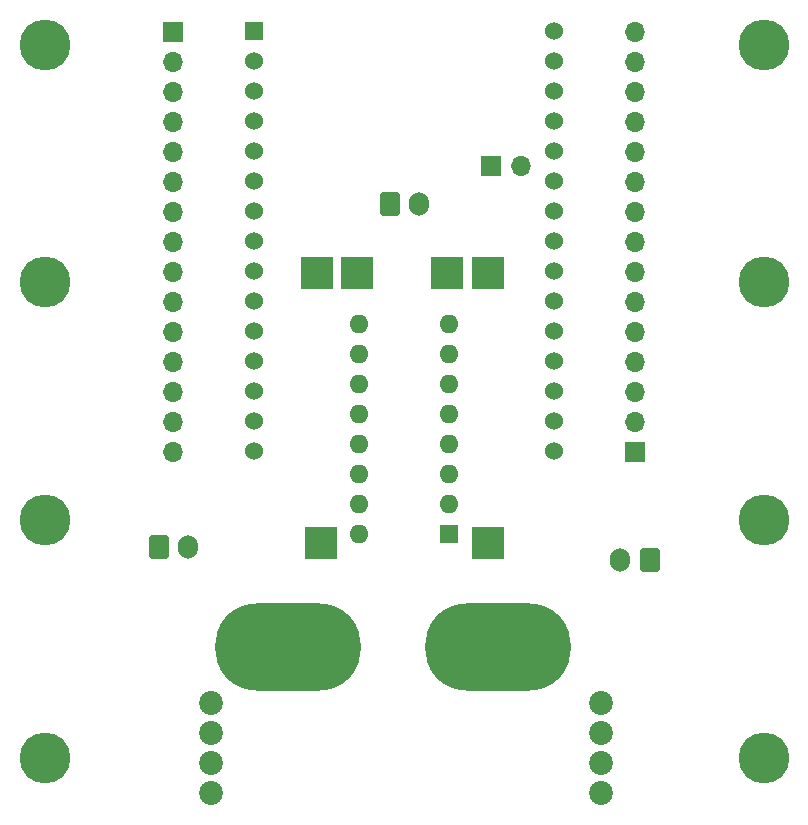
<source format=gbr>
%TF.GenerationSoftware,KiCad,Pcbnew,(7.0.0)*%
%TF.CreationDate,2023-03-13T08:12:35+05:30*%
%TF.ProjectId,Stem,5374656d-2e6b-4696-9361-645f70636258,1.0*%
%TF.SameCoordinates,Original*%
%TF.FileFunction,Soldermask,Top*%
%TF.FilePolarity,Negative*%
%FSLAX46Y46*%
G04 Gerber Fmt 4.6, Leading zero omitted, Abs format (unit mm)*
G04 Created by KiCad (PCBNEW (7.0.0)) date 2023-03-13 08:12:35*
%MOMM*%
%LPD*%
G01*
G04 APERTURE LIST*
G04 Aperture macros list*
%AMRoundRect*
0 Rectangle with rounded corners*
0 $1 Rounding radius*
0 $2 $3 $4 $5 $6 $7 $8 $9 X,Y pos of 4 corners*
0 Add a 4 corners polygon primitive as box body*
4,1,4,$2,$3,$4,$5,$6,$7,$8,$9,$2,$3,0*
0 Add four circle primitives for the rounded corners*
1,1,$1+$1,$2,$3*
1,1,$1+$1,$4,$5*
1,1,$1+$1,$6,$7*
1,1,$1+$1,$8,$9*
0 Add four rect primitives between the rounded corners*
20,1,$1+$1,$2,$3,$4,$5,0*
20,1,$1+$1,$4,$5,$6,$7,0*
20,1,$1+$1,$6,$7,$8,$9,0*
20,1,$1+$1,$8,$9,$2,$3,0*%
G04 Aperture macros list end*
%ADD10C,4.300000*%
%ADD11R,1.700000X1.700000*%
%ADD12O,1.700000X1.700000*%
%ADD13R,1.524000X1.524000*%
%ADD14C,1.524000*%
%ADD15O,12.400000X7.400000*%
%ADD16RoundRect,0.250000X-0.600000X-0.750000X0.600000X-0.750000X0.600000X0.750000X-0.600000X0.750000X0*%
%ADD17O,1.700000X2.000000*%
%ADD18C,2.020000*%
%ADD19R,1.600000X1.600000*%
%ADD20O,1.600000X1.600000*%
%ADD21RoundRect,0.250000X0.600000X0.750000X-0.600000X0.750000X-0.600000X-0.750000X0.600000X-0.750000X0*%
%ADD22R,2.800000X2.800000*%
G04 APERTURE END LIST*
D10*
%TO.C,H3*%
X177680000Y-107820000D03*
%TD*%
D11*
%TO.C,J3*%
X166773499Y-81879999D03*
D12*
X166773499Y-79339999D03*
X166773499Y-76799999D03*
X166773499Y-74259999D03*
X166773499Y-71719999D03*
X166773499Y-69179999D03*
X166773499Y-66639999D03*
X166773499Y-64099999D03*
X166773499Y-61559999D03*
X166773499Y-59019999D03*
X166773499Y-56479999D03*
X166773499Y-53939999D03*
X166773499Y-51399999D03*
X166773499Y-48859999D03*
X166773499Y-46319999D03*
%TD*%
D13*
%TO.C,U2*%
X134529999Y-46309999D03*
D14*
X134530000Y-48850000D03*
X134530000Y-51390000D03*
X134530000Y-53930000D03*
X134530000Y-56470000D03*
X134530000Y-59010000D03*
X134530000Y-61550000D03*
X134530000Y-64090000D03*
X134530000Y-66630000D03*
X134530000Y-69170000D03*
X134530000Y-71710000D03*
X134530000Y-74250000D03*
X134530000Y-76790000D03*
X134530000Y-79330000D03*
X134530000Y-81870000D03*
X159930000Y-81870000D03*
X159930000Y-79330000D03*
X159930000Y-76790000D03*
X159930000Y-74250000D03*
X159930000Y-71710000D03*
X159930000Y-69170000D03*
X159930000Y-66630000D03*
X159930000Y-64090000D03*
X159930000Y-61550000D03*
X159930000Y-59010000D03*
X159930000Y-56470000D03*
X159930000Y-53930000D03*
X159930000Y-51390000D03*
X159930000Y-48850000D03*
X159930000Y-46310000D03*
%TD*%
D10*
%TO.C,H7*%
X177680000Y-87686666D03*
%TD*%
%TO.C,H8*%
X177680000Y-67553333D03*
%TD*%
%TO.C,H4*%
X177680000Y-47420000D03*
%TD*%
%TO.C,H2*%
X116780000Y-107820000D03*
%TD*%
%TO.C,H1*%
X116780000Y-47420000D03*
%TD*%
%TO.C,H5*%
X116780000Y-67553333D03*
%TD*%
D15*
%TO.C,CS1*%
X137389999Y-98419999D03*
X155169999Y-98419999D03*
%TD*%
D10*
%TO.C,H6*%
X116780000Y-87686666D03*
%TD*%
D16*
%TO.C,MA*%
X126436500Y-89995000D03*
D17*
X128936499Y-89994999D03*
%TD*%
D18*
%TO.C,J4*%
X130880000Y-110825000D03*
X130880000Y-108285000D03*
X130880000Y-105745000D03*
X130880000Y-103205000D03*
%TD*%
%TO.C,J5*%
X163880000Y-110825000D03*
X163880000Y-108285000D03*
X163880000Y-105745000D03*
X163880000Y-103205000D03*
%TD*%
D19*
%TO.C,U1*%
X151029999Y-88819999D03*
D20*
X151029999Y-86279999D03*
X151029999Y-83739999D03*
X151029999Y-81199999D03*
X151029999Y-78659999D03*
X151029999Y-76119999D03*
X151029999Y-73579999D03*
X151029999Y-71039999D03*
X143409999Y-71039999D03*
X143409999Y-73579999D03*
X143409999Y-76119999D03*
X143409999Y-78659999D03*
X143409999Y-81199999D03*
X143409999Y-83739999D03*
X143409999Y-86279999D03*
X143409999Y-88819999D03*
%TD*%
D11*
%TO.C,J2*%
X127686499Y-46329999D03*
D12*
X127686499Y-48869999D03*
X127686499Y-51409999D03*
X127686499Y-53949999D03*
X127686499Y-56489999D03*
X127686499Y-59029999D03*
X127686499Y-61569999D03*
X127686499Y-64109999D03*
X127686499Y-66649999D03*
X127686499Y-69189999D03*
X127686499Y-71729999D03*
X127686499Y-74269999D03*
X127686499Y-76809999D03*
X127686499Y-79349999D03*
X127686499Y-81889999D03*
%TD*%
D21*
%TO.C,MB*%
X168023500Y-91045000D03*
D17*
X165523499Y-91044999D03*
%TD*%
D16*
%TO.C,J1*%
X145980000Y-60920000D03*
D17*
X148479999Y-60919999D03*
%TD*%
D11*
%TO.C,NT1*%
X154604999Y-57719999D03*
D12*
X157144999Y-57719999D03*
%TD*%
D22*
%TO.C,TP1*%
X154342499Y-89632499D03*
X140142499Y-89632499D03*
X154342499Y-66732499D03*
X139842499Y-66732499D03*
X150842499Y-66732499D03*
X143242499Y-66732499D03*
%TD*%
M02*

</source>
